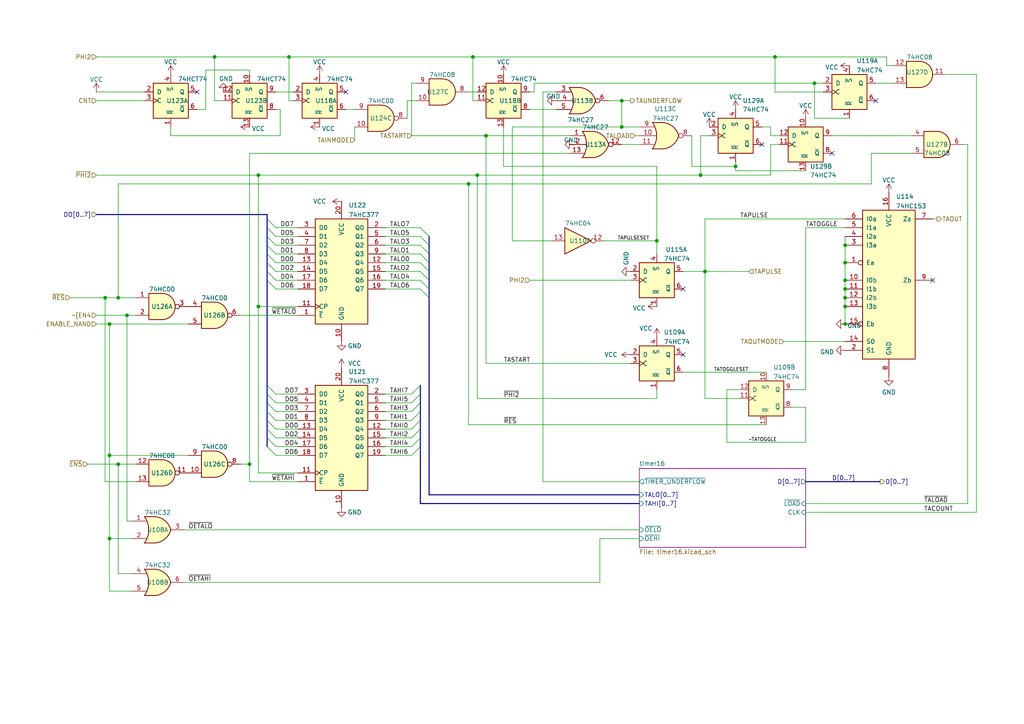
<source format=kicad_sch>
(kicad_sch (version 20211123) (generator eeschema)
  (paper "A4")
  (title_block (title "74HCT6526 Board 1") (date "2023-03-25") (rev "0.2.1") (company "Daniel Molina") (comment 1 "https://github.com/dmolinagarcia/74HCT6526"))
  (lib_symbols
    (symbol "74xx:74HC00" (pin_names (offset 1.016))
      (property "Reference" "U" (at 0 1.27 0))
      (property "Value" "74HC00" (at 0 -1.27 0))
      (symbol "74HC00_1_1"
        (pin input line (at -7.62 2.54 0) (length 3.81) (name "~") (number "1"))
        (pin input line (at -7.62 -2.54 0) (length 3.81) (name "~") (number "2"))
        (pin output inverted (at 7.62 0 180) (length 3.81) (name "~") (number "3"))
      )
      (symbol "74HC00_1_2"
        (pin input inverted (at -7.62 2.54 0) (length 4.318) (name "~") (number "1"))
        (pin input inverted (at -7.62 -2.54 0) (length 4.318) (name "~") (number "2"))
        (pin output line (at 7.62 0 180) (length 3.81) (name "~") (number "3"))
      )
      (symbol "74HC00_2_1"
        (pin input line (at -7.62 2.54 0) (length 3.81) (name "~") (number "4"))
        (pin input line (at -7.62 -2.54 0) (length 3.81) (name "~") (number "5"))
        (pin output inverted (at 7.62 0 180) (length 3.81) (name "~") (number "6"))
      )
      (symbol "74HC00_2_2"
        (pin input inverted (at -7.62 2.54 0) (length 4.318) (name "~") (number "4"))
        (pin input inverted (at -7.62 -2.54 0) (length 4.318) (name "~") (number "5"))
        (pin output line (at 7.62 0 180) (length 3.81) (name "~") (number "6"))
      )
      (symbol "74HC00_3_1"
        (pin input line (at -7.62 -2.54 0) (length 3.81) (name "~") (number "10"))
        (pin output inverted (at 7.62 0 180) (length 3.81) (name "~") (number "8"))
        (pin input line (at -7.62 2.54 0) (length 3.81) (name "~") (number "9"))
      )
      (symbol "74HC00_3_2"
        (pin input inverted (at -7.62 -2.54 0) (length 4.318) (name "~") (number "10"))
        (pin output line (at 7.62 0 180) (length 3.81) (name "~") (number "8"))
        (pin input inverted (at -7.62 2.54 0) (length 4.318) (name "~") (number "9"))
      )
      (symbol "74HC00_4_1"
        (pin output inverted (at 7.62 0 180) (length 3.81) (name "~") (number "11"))
        (pin input line (at -7.62 2.54 0) (length 3.81) (name "~") (number "12"))
        (pin input line (at -7.62 -2.54 0) (length 3.81) (name "~") (number "13"))
      )
      (symbol "74HC00_4_2"
        (pin output line (at 7.62 0 180) (length 3.81) (name "~") (number "11"))
        (pin input inverted (at -7.62 2.54 0) (length 4.318) (name "~") (number "12"))
        (pin input inverted (at -7.62 -2.54 0) (length 4.318) (name "~") (number "13"))
      )
      (symbol "74HC00_5_0"
        (pin power_in line (at 0 12.7 270) (length 5.08) (name "VCC") (number "14"))
        (pin power_in line (at 0 -12.7 90) (length 5.08) (name "GND") (number "7"))
      )
    )
    (symbol "74xx:74HC04"
      (property "Reference" "U" (at 0 1.27 0))
      (property "Value" "74HC04" (at 0 -1.27 0))
      (symbol "74HC04_1_0"
        (pin input line (at -7.62 0 0) (length 3.81) (name "~") (number "1"))
        (pin output inverted (at 7.62 0 180) (length 3.81) (name "~") (number "2"))
      )
      (symbol "74HC04_2_0"
        (pin input line (at -7.62 0 0) (length 3.81) (name "~") (number "3"))
        (pin output inverted (at 7.62 0 180) (length 3.81) (name "~") (number "4"))
      )
      (symbol "74HC04_3_0"
        (pin input line (at -7.62 0 0) (length 3.81) (name "~") (number "5"))
        (pin output inverted (at 7.62 0 180) (length 3.81) (name "~") (number "6"))
      )
      (symbol "74HC04_4_0"
        (pin output inverted (at 7.62 0 180) (length 3.81) (name "~") (number "8"))
        (pin input line (at -7.62 0 0) (length 3.81) (name "~") (number "9"))
      )
      (symbol "74HC04_5_0"
        (pin output inverted (at 7.62 0 180) (length 3.81) (name "~") (number "10"))
        (pin input line (at -7.62 0 0) (length 3.81) (name "~") (number "11"))
      )
      (symbol "74HC04_6_0"
        (pin output inverted (at 7.62 0 180) (length 3.81) (name "~") (number "12"))
        (pin input line (at -7.62 0 0) (length 3.81) (name "~") (number "13"))
      )
      (symbol "74HC04_7_0"
        (pin power_in line (at 0 12.7 270) (length 5.08) (name "VCC") (number "14"))
        (pin power_in line (at 0 -12.7 90) (length 5.08) (name "GND") (number "7"))
      )
    )
    (symbol "74xx:74HC74" (pin_names (offset 1.016))
      (property "Reference" "U" (at -7.62 8.89 0))
      (property "Value" "74HC74" (at -7.62 -8.89 0))
      (symbol "74HC74_1_0"
        (pin input line (at 0 -7.62 90) (length 2.54) (name "~{R}") (number "1"))
        (pin input line (at -7.62 2.54 0) (length 2.54) (name "D") (number "2"))
        (pin input clock (at -7.62 0 0) (length 2.54) (name "C") (number "3"))
        (pin input line (at 0 7.62 270) (length 2.54) (name "~{S}") (number "4"))
        (pin output line (at 7.62 2.54 180) (length 2.54) (name "Q") (number "5"))
        (pin output line (at 7.62 -2.54 180) (length 2.54) (name "~{Q}") (number "6"))
      )
      (symbol "74HC74_2_0"
        (pin input line (at 0 7.62 270) (length 2.54) (name "~{S}") (number "10"))
        (pin input clock (at -7.62 0 0) (length 2.54) (name "C") (number "11"))
        (pin input line (at -7.62 2.54 0) (length 2.54) (name "D") (number "12"))
        (pin input line (at 0 -7.62 90) (length 2.54) (name "~{R}") (number "13"))
        (pin output line (at 7.62 -2.54 180) (length 2.54) (name "~{Q}") (number "8"))
        (pin output line (at 7.62 2.54 180) (length 2.54) (name "Q") (number "9"))
      )
      (symbol "74HC74_3_0"
        (pin power_in line (at 0 10.16 270) (length 2.54) (name "VCC") (number "14"))
        (pin power_in line (at 0 -10.16 90) (length 2.54) (name "GND") (number "7"))
      )
    )
    (symbol "74xx:74LS153" (pin_names (offset 1.016))
      (property "Reference" "U" (at -7.62 21.59 0))
      (property "Value" "74LS153" (at -7.62 -24.13 0))
      (symbol "74LS153_1_0"
        (pin input inverted (at -12.7 5.08 0) (length 5.08) (name "Ea") (number "1"))
        (pin input line (at -12.7 0 0) (length 5.08) (name "I0b") (number "10"))
        (pin input line (at -12.7 -2.54 0) (length 5.08) (name "I1b") (number "11"))
        (pin input line (at -12.7 -5.08 0) (length 5.08) (name "I2b") (number "12"))
        (pin input line (at -12.7 -7.62 0) (length 5.08) (name "I3b") (number "13"))
        (pin input line (at -12.7 -17.78 0) (length 5.08) (name "S0") (number "14"))
        (pin input inverted (at -12.7 -12.7 0) (length 5.08) (name "Eb") (number "15"))
        (pin power_in line (at 0 25.4 270) (length 5.08) (name "VCC") (number "16"))
        (pin input line (at -12.7 -20.32 0) (length 5.08) (name "S1") (number "2"))
        (pin input line (at -12.7 10.16 0) (length 5.08) (name "I3a") (number "3"))
        (pin input line (at -12.7 12.7 0) (length 5.08) (name "I2a") (number "4"))
        (pin input line (at -12.7 15.24 0) (length 5.08) (name "I1a") (number "5"))
        (pin input line (at -12.7 17.78 0) (length 5.08) (name "I0a") (number "6"))
        (pin output line (at 12.7 17.78 180) (length 5.08) (name "Za") (number "7"))
        (pin power_in line (at 0 -27.94 90) (length 5.08) (name "GND") (number "8"))
        (pin output line (at 12.7 0 180) (length 5.08) (name "Zb") (number "9"))
      )
    )
    (symbol "74xx:74LS27" (pin_names (offset 1.016))
      (property "Reference" "U" (at 0 1.27 0))
      (property "Value" "74LS27" (at 0 -1.27 0))
      (symbol "74LS27_1_1"
        (pin input line (at -7.62 2.54 0) (length 4.318) (name "~") (number "1"))
        (pin output inverted (at 7.62 0 180) (length 3.81) (name "~") (number "12"))
        (pin input line (at -7.62 -2.54 0) (length 4.318) (name "~") (number "13"))
        (pin input line (at -7.62 0 0) (length 4.953) (name "~") (number "2"))
      )
      (symbol "74LS27_1_2"
        (pin input inverted (at -7.62 2.54 0) (length 3.81) (name "~") (number "1"))
        (pin output line (at 7.62 0 180) (length 3.81) (name "~") (number "12"))
        (pin input inverted (at -7.62 -2.54 0) (length 3.81) (name "~") (number "13"))
        (pin input inverted (at -7.62 0 0) (length 3.81) (name "~") (number "2"))
      )
      (symbol "74LS27_2_1"
        (pin input line (at -7.62 2.54 0) (length 4.318) (name "~") (number "3"))
        (pin input line (at -7.62 0 0) (length 4.953) (name "~") (number "4"))
        (pin input line (at -7.62 -2.54 0) (length 4.318) (name "~") (number "5"))
        (pin output inverted (at 7.62 0 180) (length 3.81) (name "~") (number "6"))
      )
      (symbol "74LS27_2_2"
        (pin input inverted (at -7.62 2.54 0) (length 3.81) (name "~") (number "3"))
        (pin input inverted (at -7.62 0 0) (length 3.81) (name "~") (number "4"))
        (pin input inverted (at -7.62 -2.54 0) (length 3.81) (name "~") (number "5"))
        (pin output line (at 7.62 0 180) (length 3.81) (name "~") (number "6"))
      )
      (symbol "74LS27_3_1"
        (pin input line (at -7.62 0 0) (length 4.953) (name "~") (number "10"))
        (pin input line (at -7.62 -2.54 0) (length 4.318) (name "~") (number "11"))
        (pin output inverted (at 7.62 0 180) (length 3.81) (name "~") (number "8"))
        (pin input line (at -7.62 2.54 0) (length 4.318) (name "~") (number "9"))
      )
      (symbol "74LS27_3_2"
        (pin input inverted (at -7.62 0 0) (length 3.81) (name "~") (number "10"))
        (pin input inverted (at -7.62 -2.54 0) (length 3.81) (name "~") (number "11"))
        (pin output line (at 7.62 0 180) (length 3.81) (name "~") (number "8"))
        (pin input inverted (at -7.62 2.54 0) (length 3.81) (name "~") (number "9"))
      )
      (symbol "74LS27_4_0"
        (pin power_in line (at 0 12.7 270) (length 5.08) (name "VCC") (number "14"))
        (pin power_in line (at 0 -12.7 90) (length 5.08) (name "GND") (number "7"))
      )
    )
    (symbol "74xx:74LS32" (pin_names (offset 1.016))
      (property "Reference" "U" (at 0 1.27 0))
      (property "Value" "74LS32" (at 0 -1.27 0))
      (symbol "74LS32_1_1"
        (pin input line (at -7.62 2.54 0) (length 4.318) (name "~") (number "1"))
        (pin input line (at -7.62 -2.54 0) (length 4.318) (name "~") (number "2"))
        (pin output line (at 7.62 0 180) (length 3.81) (name "~") (number "3"))
      )
      (symbol "74LS32_1_2"
        (pin input inverted (at -7.62 2.54 0) (length 3.81) (name "~") (number "1"))
        (pin input inverted (at -7.62 -2.54 0) (length 3.81) (name "~") (number "2"))
        (pin output inverted (at 7.62 0 180) (length 3.81) (name "~") (number "3"))
      )
      (symbol "74LS32_2_1"
        (pin input line (at -7.62 2.54 0) (length 4.318) (name "~") (number "4"))
        (pin input line (at -7.62 -2.54 0) (length 4.318) (name "~") (number "5"))
        (pin output line (at 7.62 0 180) (length 3.81) (name "~") (number "6"))
      )
      (symbol "74LS32_2_2"
        (pin input inverted (at -7.62 2.54 0) (length 3.81) (name "~") (number "4"))
        (pin input inverted (at -7.62 -2.54 0) (length 3.81) (name "~") (number "5"))
        (pin output inverted (at 7.62 0 180) (length 3.81) (name "~") (number "6"))
      )
      (symbol "74LS32_3_1"
        (pin input line (at -7.62 -2.54 0) (length 4.318) (name "~") (number "10"))
        (pin output line (at 7.62 0 180) (length 3.81) (name "~") (number "8"))
        (pin input line (at -7.62 2.54 0) (length 4.318) (name "~") (number "9"))
      )
      (symbol "74LS32_3_2"
        (pin input inverted (at -7.62 -2.54 0) (length 3.81) (name "~") (number "10"))
        (pin output inverted (at 7.62 0 180) (length 3.81) (name "~") (number "8"))
        (pin input inverted (at -7.62 2.54 0) (length 3.81) (name "~") (number "9"))
      )
      (symbol "74LS32_4_1"
        (pin output line (at 7.62 0 180) (length 3.81) (name "~") (number "11"))
        (pin input line (at -7.62 2.54 0) (length 4.318) (name "~") (number "12"))
        (pin input line (at -7.62 -2.54 0) (length 4.318) (name "~") (number "13"))
      )
      (symbol "74LS32_4_2"
        (pin output inverted (at 7.62 0 180) (length 3.81) (name "~") (number "11"))
        (pin input inverted (at -7.62 2.54 0) (length 3.81) (name "~") (number "12"))
        (pin input inverted (at -7.62 -2.54 0) (length 3.81) (name "~") (number "13"))
      )
      (symbol "74LS32_5_0"
        (pin power_in line (at 0 12.7 270) (length 5.08) (name "VCC") (number "14"))
        (pin power_in line (at 0 -12.7 90) (length 5.08) (name "GND") (number "7"))
      )
    )
    (symbol "74xx:74LS377" (pin_names (offset 1.016))
      (property "Reference" "U" (at -7.62 16.51 0))
      (property "Value" "74LS377" (at -7.62 -16.51 0))
      (symbol "74LS377_1_0"
        (pin input line (at -12.7 -12.7 0) (length 5.08) (name "~{E}") (number "1"))
        (pin power_in line (at 0 -20.32 90) (length 5.08) (name "GND") (number "10"))
        (pin input clock (at -12.7 -10.16 0) (length 5.08) (name "CP") (number "11"))
        (pin output line (at 12.7 2.54 180) (length 5.08) (name "Q4") (number "12"))
        (pin input line (at -12.7 2.54 0) (length 5.08) (name "D4") (number "13"))
        (pin input line (at -12.7 0 0) (length 5.08) (name "D5") (number "14"))
        (pin output line (at 12.7 0 180) (length 5.08) (name "Q5") (number "15"))
        (pin output line (at 12.7 -2.54 180) (length 5.08) (name "Q6") (number "16"))
        (pin input line (at -12.7 -2.54 0) (length 5.08) (name "D6") (number "17"))
        (pin input line (at -12.7 -5.08 0) (length 5.08) (name "D7") (number "18"))
        (pin output line (at 12.7 -5.08 180) (length 5.08) (name "Q7") (number "19"))
        (pin output line (at 12.7 12.7 180) (length 5.08) (name "Q0") (number "2"))
        (pin power_in line (at 0 20.32 270) (length 5.08) (name "VCC") (number "20"))
        (pin input line (at -12.7 12.7 0) (length 5.08) (name "D0") (number "3"))
        (pin input line (at -12.7 10.16 0) (length 5.08) (name "D1") (number "4"))
        (pin output line (at 12.7 10.16 180) (length 5.08) (name "Q1") (number "5"))
        (pin output line (at 12.7 7.62 180) (length 5.08) (name "Q2") (number "6"))
        (pin input line (at -12.7 7.62 0) (length 5.08) (name "D2") (number "7"))
        (pin input line (at -12.7 5.08 0) (length 5.08) (name "D3") (number "8"))
        (pin output line (at 12.7 5.08 180) (length 5.08) (name "Q3") (number "9"))
      )
    )
    (symbol "Custom 74xx:74HC08" (pin_names (offset 1.016))
      (property "Reference" "U" (at 0 1.27 0))
      (property "Value" "74HC08" (at 0 -1.27 0))
      (symbol "74HC08_1_1"
        (pin input line (at -7.62 2.54 0) (length 3.81) (name "~") (number "1"))
        (pin input line (at -7.62 -2.54 0) (length 3.81) (name "~") (number "2"))
        (pin output line (at 7.62 0 180) (length 3.81) (name "~") (number "3"))
      )
      (symbol "74HC08_1_2"
        (pin input inverted (at -7.62 2.54 0) (length 4.318) (name "~") (number "1"))
        (pin input inverted (at -7.62 -2.54 0) (length 4.318) (name "~") (number "2"))
        (pin output line (at 7.62 0 180) (length 3.81) (name "~") (number "3"))
      )
      (symbol "74HC08_2_1"
        (pin input line (at -7.62 2.54 0) (length 3.81) (name "~") (number "4"))
        (pin input line (at -7.62 -2.54 0) (length 3.81) (name "~") (number "5"))
        (pin output line (at 7.62 0 180) (length 3.81) (name "~") (number "6"))
      )
      (symbol "74HC08_2_2"
        (pin input inverted (at -7.62 2.54 0) (length 4.318) (name "~") (number "4"))
        (pin input inverted (at -7.62 -2.54 0) (length 4.318) (name "~") (number "5"))
        (pin output line (at 7.62 0 180) (length 3.81) (name "~") (number "6"))
      )
      (symbol "74HC08_3_1"
        (pin input line (at -7.62 -2.54 0) (length 3.81) (name "~") (number "10"))
        (pin output line (at 7.62 0 180) (length 3.81) (name "~") (number "8"))
        (pin input line (at -7.62 2.54 0) (length 3.81) (name "~") (number "9"))
      )
      (symbol "74HC08_3_2"
        (pin input inverted (at -7.62 -2.54 0) (length 4.318) (name "~") (number "10"))
        (pin output line (at 7.62 0 180) (length 3.81) (name "~") (number "8"))
        (pin input inverted (at -7.62 2.54 0) (length 4.318) (name "~") (number "9"))
      )
      (symbol "74HC08_4_1"
        (pin output line (at 7.62 0 180) (length 3.81) (name "~") (number "11"))
        (pin input line (at -7.62 2.54 0) (length 3.81) (name "~") (number "12"))
        (pin input line (at -7.62 -2.54 0) (length 3.81) (name "~") (number "13"))
      )
      (symbol "74HC08_4_2"
        (pin output line (at 7.62 0 180) (length 3.81) (name "~") (number "11"))
        (pin input inverted (at -7.62 2.54 0) (length 4.318) (name "~") (number "12"))
        (pin input inverted (at -7.62 -2.54 0) (length 4.318) (name "~") (number "13"))
      )
      (symbol "74HC08_5_0"
        (pin power_in line (at 0 12.7 270) (length 5.08) (name "VCC") (number "14"))
        (pin power_in line (at 0 -12.7 90) (length 5.08) (name "GND") (number "7"))
      )
    )
    (symbol "power:GND" (power) (pin_names (offset 0))
      (property "Value" "GND" (at 0 -3.81 0))
      (symbol "GND_1_1"
        (pin power_in line (at 0 0 270) (length 0) hide (name "GND") (number "1"))
      )
    )
    (symbol "power:VCC" (power) (pin_names (offset 0))
      (property "Value" "VCC" (at 0 3.81 0))
      (symbol "VCC_1_1"
        (pin power_in line (at 0 0 90) (length 0) hide (name "VCC") (number "1"))
      )
    )
  )
  (junction (at 74.93 50.8))
  (junction (at 74.93 88.9))
  (junction (at 137.16 16.51))
  (junction (at 31.75 132.08))
  (junction (at 204.47 78.74))
  (junction (at 245.11 88.9))
  (junction (at 236.22 24.13))
  (junction (at 245.11 81.28))
  (junction (at 224.79 16.51))
  (junction (at 30.48 86.36))
  (junction (at 135.89 53.34))
  (junction (at 245.11 71.12))
  (junction (at 213.36 48.26))
  (junction (at 190.5 69.85))
  (junction (at 34.29 134.62))
  (junction (at 203.2 50.8))
  (junction (at 36.83 91.44))
  (junction (at 31.75 156.21))
  (junction (at 62.23 16.51))
  (junction (at 245.11 83.82))
  (junction (at 180.34 29.21))
  (junction (at 245.11 86.36))
  (junction (at 245.11 76.2))
  (junction (at 83.82 16.51))
  (junction (at 138.43 50.8))
  (junction (at 31.75 93.98))
  (junction (at 245.11 93.98))
  (junction (at 34.29 86.36))
  (junction (at 180.34 36.83))
  (junction (at 140.97 39.37))
  (junction (at 72.39 134.62))
  (no_connect (at 241.3 44.45))
  (no_connect (at 57.15 26.67))
  (no_connect (at 100.33 26.67))
  (no_connect (at 270.51 81.28))
  (no_connect (at 254 29.21))
  (no_connect (at 198.12 83.82))
  (no_connect (at 198.12 102.87))
  (no_connect (at 220.98 41.91))
  (bus_entry (at 77.47 68.58) (size 2.54 2.54))
  (bus_entry (at 121.92 83.82) (size 2.54 2.54))
  (bus_entry (at 121.92 73.66) (size 2.54 2.54))
  (bus_entry (at 77.47 129.54) (size 2.54 2.54))
  (bus_entry (at 77.47 127) (size 2.54 2.54))
  (bus_entry (at 77.47 121.92) (size 2.54 2.54))
  (bus_entry (at 77.47 124.46) (size 2.54 2.54))
  (bus_entry (at 77.47 119.38) (size 2.54 2.54))
  (bus_entry (at 77.47 116.84) (size 2.54 2.54))
  (bus_entry (at 77.47 111.76) (size 2.54 2.54))
  (bus_entry (at 77.47 114.3) (size 2.54 2.54))
  (bus_entry (at 77.47 76.2) (size 2.54 2.54))
  (bus_entry (at 77.47 66.04) (size 2.54 2.54))
  (bus_entry (at 121.92 71.12) (size 2.54 2.54))
  (bus_entry (at 121.92 68.58) (size 2.54 2.54))
  (bus_entry (at 77.47 81.28) (size 2.54 2.54))
  (bus_entry (at 121.92 121.92) (size -2.54 2.54))
  (bus_entry (at 121.92 76.2) (size 2.54 2.54))
  (bus_entry (at 121.92 111.76) (size -2.54 2.54))
  (bus_entry (at 121.92 66.04) (size 2.54 2.54))
  (bus_entry (at 77.47 78.74) (size 2.54 2.54))
  (bus_entry (at 77.47 71.12) (size 2.54 2.54))
  (bus_entry (at 121.92 81.28) (size 2.54 2.54))
  (bus_entry (at 121.92 124.46) (size -2.54 2.54))
  (bus_entry (at 121.92 119.38) (size -2.54 2.54))
  (bus_entry (at 121.92 78.74) (size 2.54 2.54))
  (bus_entry (at 121.92 129.54) (size -2.54 2.54))
  (bus_entry (at 77.47 63.5) (size 2.54 2.54))
  (bus_entry (at 121.92 127) (size -2.54 2.54))
  (bus_entry (at 77.47 73.66) (size 2.54 2.54))
  (bus_entry (at 121.92 116.84) (size -2.54 2.54))
  (bus_entry (at 121.92 114.3) (size -2.54 2.54))
  (wire (pts (xy 111.76 132.08) (xy 119.38 132.08)))
  (wire (pts (xy 111.76 121.92) (xy 119.38 121.92)))
  (wire (pts (xy 81.28 31.75) (xy 80.01 31.75)))
  (wire (pts (xy 190.5 69.85) (xy 190.5 73.66)))
  (wire (pts (xy 59.69 31.75) (xy 59.69 20.32)))
  (wire (pts (xy 153.67 31.75) (xy 161.29 31.75)))
  (wire (pts (xy 80.01 26.67) (xy 85.09 26.67)))
  (wire (pts (xy 135.89 26.67) (xy 138.43 26.67)))
  (wire (pts (xy 135.89 53.34) (xy 252.73 53.34)))
  (wire (pts (xy 210.82 128.27) (xy 210.82 113.03)))
  (bus (pts (xy 77.47 73.66) (xy 77.47 76.2)))
  (wire (pts (xy 257.175 19.05) (xy 259.08 19.05)))
  (wire (pts (xy 245.11 81.28) (xy 245.11 83.82)))
  (bus (pts (xy 77.47 68.58) (xy 77.47 71.12)))
  (wire (pts (xy 34.29 134.62) (xy 39.37 134.62)))
  (wire (pts (xy 180.34 41.91) (xy 185.42 41.91)))
  (wire (pts (xy 264.16 44.45) (xy 252.73 44.45)))
  (bus (pts (xy 124.46 143.51) (xy 124.46 86.36)))
  (wire (pts (xy 138.43 29.21) (xy 137.16 29.21)))
  (bus (pts (xy 124.46 81.28) (xy 124.46 78.74)))
  (wire (pts (xy 241.3 39.37) (xy 264.16 39.37)))
  (wire (pts (xy 31.75 171.45) (xy 38.1 171.45)))
  (wire (pts (xy 153.67 81.28) (xy 182.88 81.28)))
  (wire (pts (xy 137.16 16.51) (xy 224.79 16.51)))
  (wire (pts (xy 223.52 36.83) (xy 223.52 39.37)))
  (wire (pts (xy 180.34 36.83) (xy 148.59 36.83)))
  (bus (pts (xy 77.47 62.23) (xy 77.47 63.5)))
  (wire (pts (xy 111.76 129.54) (xy 119.38 129.54)))
  (wire (pts (xy 252.73 44.45) (xy 252.73 53.34)))
  (wire (pts (xy 72.39 134.62) (xy 72.39 139.7)))
  (wire (pts (xy 233.68 118.11) (xy 233.68 128.27)))
  (wire (pts (xy 220.98 36.83) (xy 223.52 36.83)))
  (bus (pts (xy 124.46 143.51) (xy 185.42 143.51)))
  (wire (pts (xy 83.82 16.51) (xy 137.16 16.51)))
  (wire (pts (xy 64.77 29.21) (xy 62.23 29.21)))
  (wire (pts (xy 223.52 39.37) (xy 226.06 39.37)))
  (wire (pts (xy 27.94 16.51) (xy 62.23 16.51)))
  (bus (pts (xy 124.46 73.66) (xy 124.46 76.2)))
  (wire (pts (xy 31.75 156.21) (xy 31.75 171.45)))
  (wire (pts (xy 224.79 26.67) (xy 238.76 26.67)))
  (wire (pts (xy 148.59 69.85) (xy 160.02 69.85)))
  (wire (pts (xy 148.59 36.83) (xy 148.59 69.85)))
  (wire (pts (xy 111.76 76.2) (xy 121.92 76.2)))
  (wire (pts (xy 69.85 91.44) (xy 86.36 91.44)))
  (wire (pts (xy 72.39 44.45) (xy 72.39 134.62)))
  (bus (pts (xy 77.47 121.92) (xy 77.47 124.46)))
  (wire (pts (xy 213.36 48.26) (xy 213.36 46.99)))
  (wire (pts (xy 283.21 21.59) (xy 283.21 148.59)))
  (wire (pts (xy 111.76 71.12) (xy 121.92 71.12)))
  (wire (pts (xy 204.47 115.57) (xy 214.63 115.57)))
  (wire (pts (xy 49.53 39.37) (xy 49.53 36.83)))
  (wire (pts (xy 80.01 73.66) (xy 86.36 73.66)))
  (wire (pts (xy 271.78 63.5) (xy 270.51 63.5)))
  (wire (pts (xy 36.83 91.44) (xy 36.83 151.13)))
  (bus (pts (xy 77.47 62.23) (xy 27.94 62.23)))
  (wire (pts (xy 204.47 78.74) (xy 204.47 115.57)))
  (wire (pts (xy 72.39 44.45) (xy 165.1 44.45)))
  (bus (pts (xy 77.47 111.76) (xy 77.47 114.3)))
  (wire (pts (xy 30.48 86.36) (xy 34.29 86.36)))
  (wire (pts (xy 233.68 66.04) (xy 233.68 113.03)))
  (wire (pts (xy 53.34 153.67) (xy 185.42 153.67)))
  (wire (pts (xy 57.15 31.75) (xy 59.69 31.75)))
  (wire (pts (xy 118.11 34.29) (xy 118.11 29.21)))
  (wire (pts (xy 74.93 137.16) (xy 86.36 137.16)))
  (wire (pts (xy 111.76 83.82) (xy 121.92 83.82)))
  (wire (pts (xy 111.76 68.58) (xy 121.92 68.58)))
  (wire (pts (xy 180.34 36.83) (xy 180.34 29.21)))
  (wire (pts (xy 27.94 91.44) (xy 36.83 91.44)))
  (wire (pts (xy 72.39 20.32) (xy 72.39 21.59)))
  (wire (pts (xy 81.28 39.37) (xy 81.28 31.75)))
  (wire (pts (xy 245.11 86.36) (xy 245.11 88.9)))
  (wire (pts (xy 80.01 81.28) (xy 86.36 81.28)))
  (wire (pts (xy 80.01 83.82) (xy 86.36 83.82)))
  (wire (pts (xy 176.53 29.21) (xy 180.34 29.21)))
  (bus (pts (xy 77.47 127) (xy 77.47 129.54)))
  (wire (pts (xy 25.4 134.62) (xy 34.29 134.62)))
  (wire (pts (xy 200.66 39.37) (xy 200.66 48.26)))
  (bus (pts (xy 77.47 66.04) (xy 77.47 68.58)))
  (wire (pts (xy 229.87 118.11) (xy 233.68 118.11)))
  (wire (pts (xy 233.68 148.59) (xy 283.21 148.59)))
  (wire (pts (xy 245.11 68.58) (xy 245.11 71.12)))
  (bus (pts (xy 121.92 114.3) (xy 121.92 111.76)))
  (wire (pts (xy 111.76 78.74) (xy 121.92 78.74)))
  (wire (pts (xy 157.48 26.67) (xy 157.48 139.7)))
  (bus (pts (xy 121.92 127) (xy 121.92 129.54)))
  (wire (pts (xy 80.01 66.04) (xy 86.36 66.04)))
  (wire (pts (xy 111.76 119.38) (xy 119.38 119.38)))
  (wire (pts (xy 137.16 29.21) (xy 137.16 16.51)))
  (wire (pts (xy 138.43 50.8) (xy 203.2 50.8)))
  (wire (pts (xy 31.75 132.08) (xy 31.75 156.21)))
  (wire (pts (xy 34.29 53.34) (xy 34.29 86.36)))
  (wire (pts (xy 200.66 48.26) (xy 213.36 48.26)))
  (bus (pts (xy 121.92 116.84) (xy 121.92 119.38)))
  (wire (pts (xy 210.82 113.03) (xy 214.63 113.03)))
  (wire (pts (xy 59.69 20.32) (xy 72.39 20.32)))
  (wire (pts (xy 140.97 39.37) (xy 140.97 105.41)))
  (wire (pts (xy 111.76 81.28) (xy 121.92 81.28)))
  (wire (pts (xy 111.76 114.3) (xy 119.38 114.3)))
  (wire (pts (xy 140.97 105.41) (xy 182.88 105.41)))
  (wire (pts (xy 138.43 50.8) (xy 138.43 115.57)))
  (wire (pts (xy 80.01 114.3) (xy 86.36 114.3)))
  (wire (pts (xy 227.33 99.06) (xy 245.11 99.06)))
  (wire (pts (xy 224.79 16.51) (xy 224.79 26.67)))
  (bus (pts (xy 77.47 71.12) (xy 77.47 73.66)))
  (wire (pts (xy 154.94 26.67) (xy 154.94 24.13)))
  (wire (pts (xy 233.68 128.27) (xy 210.82 128.27)))
  (wire (pts (xy 236.22 24.13) (xy 236.22 34.29)))
  (wire (pts (xy 62.23 29.21) (xy 62.23 16.51)))
  (wire (pts (xy 20.32 86.36) (xy 30.48 86.36)))
  (bus (pts (xy 77.47 119.38) (xy 77.47 121.92)))
  (wire (pts (xy 74.93 88.9) (xy 86.36 88.9)))
  (wire (pts (xy 27.94 29.21) (xy 41.91 29.21)))
  (bus (pts (xy 233.68 139.7) (xy 255.27 139.7)))
  (wire (pts (xy 111.76 116.84) (xy 119.38 116.84)))
  (wire (pts (xy 62.23 16.51) (xy 83.82 16.51)))
  (bus (pts (xy 124.46 68.58) (xy 124.46 71.12)))
  (wire (pts (xy 74.93 88.9) (xy 74.93 137.16)))
  (wire (pts (xy 80.01 119.38) (xy 86.36 119.38)))
  (wire (pts (xy 198.12 107.95) (xy 222.25 107.95)))
  (wire (pts (xy 80.01 71.12) (xy 86.36 71.12)))
  (wire (pts (xy 157.48 26.67) (xy 161.29 26.67)))
  (wire (pts (xy 31.75 156.21) (xy 38.1 156.21)))
  (wire (pts (xy 184.15 39.37) (xy 185.42 39.37)))
  (wire (pts (xy 80.01 116.84) (xy 86.36 116.84)))
  (wire (pts (xy 180.34 36.83) (xy 185.42 36.83)))
  (wire (pts (xy 30.48 86.36) (xy 30.48 139.7)))
  (wire (pts (xy 198.12 78.74) (xy 204.47 78.74)))
  (bus (pts (xy 121.92 114.3) (xy 121.92 116.84)))
  (wire (pts (xy 204.47 78.74) (xy 217.17 78.74)))
  (wire (pts (xy 146.05 48.26) (xy 190.5 48.26)))
  (wire (pts (xy 111.76 127) (xy 119.38 127)))
  (bus (pts (xy 121.92 124.46) (xy 121.92 127)))
  (wire (pts (xy 157.48 139.7) (xy 185.42 139.7)))
  (wire (pts (xy 85.09 29.21) (xy 83.82 29.21)))
  (wire (pts (xy 190.5 48.26) (xy 190.5 69.85)))
  (wire (pts (xy 80.01 124.46) (xy 86.36 124.46)))
  (wire (pts (xy 203.2 39.37) (xy 205.74 39.37)))
  (wire (pts (xy 119.38 39.37) (xy 119.38 24.13)))
  (wire (pts (xy 236.22 24.13) (xy 238.76 24.13)))
  (wire (pts (xy 80.01 78.74) (xy 86.36 78.74)))
  (wire (pts (xy 30.48 139.7) (xy 39.37 139.7)))
  (wire (pts (xy 80.01 127) (xy 86.36 127)))
  (wire (pts (xy 49.53 39.37) (xy 81.28 39.37)))
  (wire (pts (xy 233.68 146.05) (xy 280.67 146.05)))
  (bus (pts (xy 121.92 121.92) (xy 121.92 124.46)))
  (wire (pts (xy 138.43 115.57) (xy 190.5 115.57)))
  (wire (pts (xy 80.01 68.58) (xy 86.36 68.58)))
  (wire (pts (xy 72.39 139.7) (xy 86.36 139.7)))
  (wire (pts (xy 83.82 29.21) (xy 83.82 16.51)))
  (wire (pts (xy 223.52 41.91) (xy 226.06 41.91)))
  (wire (pts (xy 173.99 168.91) (xy 173.99 156.21)))
  (wire (pts (xy 245.11 83.82) (xy 245.11 86.36)))
  (wire (pts (xy 233.68 66.04) (xy 245.11 66.04)))
  (wire (pts (xy 190.5 115.57) (xy 190.5 113.03)))
  (wire (pts (xy 27.94 26.67) (xy 41.91 26.67)))
  (wire (pts (xy 53.34 168.91) (xy 173.99 168.91)))
  (wire (pts (xy 274.32 21.59) (xy 283.21 21.59)))
  (wire (pts (xy 119.38 24.13) (xy 120.65 24.13)))
  (wire (pts (xy 229.87 113.03) (xy 233.68 113.03)))
  (wire (pts (xy 80.01 121.92) (xy 86.36 121.92)))
  (wire (pts (xy 153.67 26.67) (xy 154.94 26.67)))
  (wire (pts (xy 222.25 123.19) (xy 135.89 123.19)))
  (wire (pts (xy 74.93 50.8) (xy 138.43 50.8)))
  (bus (pts (xy 77.47 124.46) (xy 77.47 127)))
  (wire (pts (xy 119.38 39.37) (xy 140.97 39.37)))
  (wire (pts (xy 31.75 93.98) (xy 54.61 93.98)))
  (wire (pts (xy 223.52 50.8) (xy 223.52 41.91)))
  (wire (pts (xy 254 24.13) (xy 259.08 24.13)))
  (wire (pts (xy 175.26 69.85) (xy 190.5 69.85)))
  (wire (pts (xy 34.29 134.62) (xy 34.29 166.37)))
  (bus (pts (xy 124.46 71.12) (xy 124.46 73.66)))
  (wire (pts (xy 111.76 66.04) (xy 121.92 66.04)))
  (wire (pts (xy 203.2 50.8) (xy 223.52 50.8)))
  (wire (pts (xy 165.1 41.91) (xy 166.37 41.91)))
  (wire (pts (xy 118.11 29.21) (xy 120.65 29.21)))
  (wire (pts (xy 154.94 24.13) (xy 236.22 24.13)))
  (wire (pts (xy 100.33 31.75) (xy 102.87 31.75)))
  (wire (pts (xy 74.93 50.8) (xy 74.93 88.9)))
  (wire (pts (xy 27.94 93.98) (xy 31.75 93.98)))
  (wire (pts (xy 69.85 134.62) (xy 72.39 134.62)))
  (bus (pts (xy 77.47 114.3) (xy 77.47 116.84)))
  (wire (pts (xy 173.99 156.21) (xy 185.42 156.21)))
  (bus (pts (xy 77.47 78.74) (xy 77.47 81.28)))
  (bus (pts (xy 77.47 116.84) (xy 77.47 119.38)))
  (wire (pts (xy 102.87 36.83) (xy 102.87 40.64)))
  (wire (pts (xy 280.67 41.91) (xy 280.67 146.05)))
  (wire (pts (xy 34.29 53.34) (xy 135.89 53.34)))
  (wire (pts (xy 27.94 50.8) (xy 74.93 50.8)))
  (wire (pts (xy 245.11 88.9) (xy 245.11 93.98)))
  (wire (pts (xy 80.01 76.2) (xy 86.36 76.2)))
  (wire (pts (xy 80.01 132.08) (xy 86.36 132.08)))
  (wire (pts (xy 245.11 76.2) (xy 245.11 81.28)))
  (bus (pts (xy 124.46 86.36) (xy 124.46 83.82)))
  (wire (pts (xy 111.76 73.66) (xy 121.92 73.66)))
  (wire (pts (xy 203.2 50.8) (xy 203.2 39.37)))
  (wire (pts (xy 279.4 41.91) (xy 280.67 41.91)))
  (bus (pts (xy 121.92 119.38) (xy 121.92 121.92)))
  (wire (pts (xy 135.89 123.19) (xy 135.89 53.34)))
  (wire (pts (xy 224.79 16.51) (xy 257.175 16.51)))
  (wire (pts (xy 180.34 29.21) (xy 182.88 29.21)))
  (wire (pts (xy 245.11 71.12) (xy 245.11 76.2)))
  (bus (pts (xy 77.47 63.5) (xy 77.47 66.04)))
  (wire (pts (xy 31.75 93.98) (xy 31.75 132.08)))
  (wire (pts (xy 36.83 91.44) (xy 39.37 91.44)))
  (wire (pts (xy 31.75 132.08) (xy 54.61 132.08)))
  (wire (pts (xy 204.47 63.5) (xy 245.11 63.5)))
  (wire (pts (xy 236.22 34.29) (xy 246.38 34.29)))
  (wire (pts (xy 80.01 129.54) (xy 86.36 129.54)))
  (bus (pts (xy 77.47 76.2) (xy 77.47 78.74)))
  (wire (pts (xy 36.83 151.13) (xy 38.1 151.13)))
  (wire (pts (xy 140.97 39.37) (xy 165.1 39.37)))
  (wire (pts (xy 213.36 49.53) (xy 213.36 48.26)))
  (wire (pts (xy 34.29 86.36) (xy 39.37 86.36)))
  (wire (pts (xy 34.29 166.37) (xy 38.1 166.37)))
  (wire (pts (xy 111.76 124.46) (xy 119.38 124.46)))
  (bus (pts (xy 121.92 146.05) (xy 121.92 129.54)))
  (wire (pts (xy 146.05 36.83) (xy 146.05 48.26)))
  (bus (pts (xy 77.47 81.28) (xy 77.47 111.76)))
  (wire (pts (xy 257.175 16.51) (xy 257.175 19.05)))
  (bus (pts (xy 121.92 146.05) (xy 185.42 146.05)))
  (wire (pts (xy 233.68 49.53) (xy 213.36 49.53)))
  (wire (pts (xy 204.47 63.5) (xy 204.47 78.74)))
  (bus (pts (xy 124.46 76.2) (xy 124.46 78.74)))
  (bus (pts (xy 124.46 83.82) (xy 124.46 81.28)))
  (label "~{WETAHI}" (at 78.74 139.7 0))
  (label "TALO0" (at 113.03 76.2 0))
  (label "DO5" (at 81.28 68.58 0))
  (label "DO3" (at 81.28 71.12 0))
  (label "TALO6" (at 113.03 83.82 0))
  (label "TAHI4" (at 113.03 129.54 0))
  (label "DO2" (at 81.28 78.74 0))
  (label "TALO2" (at 113.03 78.74 0))
  (label "DO6" (at 81.28 83.82 0))
  (label "DO0" (at 81.28 76.2 0))
  (label "~{WETALO}" (at 78.74 91.44 0))
  (label "DO4" (at 82.55 129.54 0))
  (label "TATOGGLE" (at 233.68 66.04 0))
  (label "TAPULSESET" (at 179.07 69.85 0) (effects (font (size 1.016 1.016))))
  (label "TALO7" (at 113.03 66.04 0))
  (label "TAHI1" (at 113.03 121.92 0))
  (label "DO7" (at 81.28 66.04 0))
  (label "TAPULSE" (at 214.63 63.5 0))
  (label "DO1" (at 81.28 73.66 0))
  (label "TALO4" (at 113.03 81.28 0))
  (label "DO4" (at 81.28 81.28 0))
  (label "DO5" (at 82.55 116.84 0))
  (label "~{RES}" (at 146.05 123.19 0))
  (label "DO2" (at 82.55 127 0))
  (label "TALO3" (at 113.03 71.12 0))
  (label "~TATOGGLE" (at 217.17 128.27 0) (effects (font (size 1.016 1.016))))
  (label "TAHI3" (at 113.03 119.38 0))
  (label "TAHI7" (at 113.03 114.3 0))
  (label "DO7" (at 82.55 114.3 0))
  (label "TALO1" (at 113.03 73.66 0))
  (label "TATOGGLESET" (at 207.01 107.95 0) (effects (font (size 1.016 1.016))))
  (label "TALO5" (at 113.03 68.58 0))
  (label "TAHI2" (at 113.03 127 0))
  (label "TAHI0" (at 113.03 124.46 0))
  (label "TAHI5" (at 113.03 116.84 0))
  (label "DO0" (at 82.55 124.46 0))
  (label "~{OETALO}" (at 54.61 153.67 0))
  (label "TACOUNT" (at 267.97 148.59 0))
  (label "DO1" (at 82.55 121.92 0))
  (label "DO6" (at 82.55 132.08 0))
  (label "~{PHI2}" (at 146.05 115.57 0))
  (label "~{TALOAD}" (at 267.97 146.05 0))
  (label "TAHI6" (at 113.03 132.08 0))
  (label "D[0..7]" (at 241.3 139.7 0))
  (label "DO3" (at 82.55 119.38 0))
  (label "~{OETAHI}" (at 54.61 168.91 0))
  (label "TASTART" (at 146.05 105.41 0))
  (hierarchical_label "CNT" (shape input) (at 27.94 29.21 180))
  (hierarchical_label "~{EN4" (shape input) (at 27.94 91.44 180))
  (hierarchical_label "D[0..7]" (shape output) (at 255.27 139.7 0))
  (hierarchical_label "PHI2" (shape input) (at 27.94 16.51 180))
  (hierarchical_label "DO[0..7]" (shape input) (at 27.94 62.23 180))
  (hierarchical_label "~{EN5}" (shape input) (at 25.4 134.62 180))
  (hierarchical_label "~{PHI2}" (shape input) (at 27.94 50.8 180))
  (hierarchical_label "TALOAD" (shape input) (at 184.15 39.37 180))
  (hierarchical_label "ENABLE_NAND" (shape input) (at 27.94 93.98 180))
  (hierarchical_label "TAOUT" (shape output) (at 271.78 63.5 0))
  (hierarchical_label "TAINMODE" (shape input) (at 102.87 40.64 180))
  (hierarchical_label "~{RES}" (shape input) (at 20.32 86.36 180))
  (hierarchical_label "TAUNDERFLOW" (shape output) (at 182.88 29.21 0))
  (hierarchical_label "TAPULSE" (shape input) (at 217.17 78.74 0))
  (hierarchical_label "TAOUTMODE" (shape input) (at 227.33 99.06 180))
  (hierarchical_label "TASTART" (shape input) (at 119.38 39.37 180))
  (hierarchical_label "PHI2" (shape input) (at 153.67 81.28 180))
  (symbol (lib_id "power:VCC") (at 27.94 26.67 0) (unit 1)
    (property "Reference" "#PWR0117" (effects hide))
    (property "Value" "VCC" (at 27.94 23.0655 0))
  )
  (symbol (lib_id "power:GND") (at 99.06 99.06 0) (unit 1)
    (property "Reference" "#PWR0124" (effects hide))
    (property "Value" "GND" (at 102.87 100.33 0))
  )
  (symbol (lib_id "power:GND") (at 257.81 109.22 0) (unit 1)
    (property "Reference" "#PWR0139" (effects hide))
    (property "Value" "GND" (at 257.81 113.7825 0))
  )
  (symbol (lib_id "power:GND") (at 166.37 41.91 270) (unit 1)
    (property "Reference" "#PWR0129" (effects hide))
    (property "Value" "GND" (at 167.64 40.64 90) (effects (justify right)))
  )
  (symbol (lib_id "power:VCC") (at 257.81 55.88 0) (unit 1)
    (property "Reference" "#PWR0138" (effects hide))
    (property "Value" "VCC" (at 257.81 52.2755 0))
  )
  (symbol (lib_id "74xx:74HC74") (at 72.39 29.21 0) (unit 2)
    (property "Reference" "U123" (at 71.12 29.21 0) (effects (justify left)))
    (property "Value" "74HCT74" (at 74.4094 22.9386 0) (effects (justify left)))
    (property "Footprint" "Package_SO:SO-14_3.9x8.65mm_P1.27mm" (effects hide))
    (property "Datasheet" "74xx/74hc_hct74.pdf" (effects hide))
  )
  (symbol (lib_id "74xx:74HC00") (at 62.23 134.62 0) (unit 3)
    (property "Reference" "U126" (at 62.23 134.62 0))
    (property "Value" "74HC00" (at 62.23 129.6186 0))
    (property "Footprint" "Package_SO:SO-14_3.9x8.65mm_P1.27mm" (effects hide))
    (property "Datasheet" "http://www.ti.com/lit/gpn/sn74hc00" (effects hide))
  )
  (symbol (lib_id "74xx:74LS27") (at 172.72 41.91 0) (unit 1)
    (property "Reference" "U113" (at 172.72 41.91 0))
    (property "Value" "74HC27" (at 172.72 36.9086 0))
    (property "Footprint" "Package_SO:SO-14_3.9x8.65mm_P1.27mm" (effects hide))
    (property "Datasheet" "http://www.ti.com/lit/gpn/sn74LS27" (effects hide))
  )
  (symbol (lib_id "74xx:74HC00") (at 110.49 34.29 0) (unit 3)
    (property "Reference" "U124" (at 110.49 34.29 0))
    (property "Value" "74HC00" (at 110.49 29.2886 0))
    (property "Footprint" "Package_SO:SOIC-14_3.9x8.7mm_P1.27mm" (effects hide))
    (property "Datasheet" "http://www.ti.com/lit/gpn/sn74hc00" (effects hide))
  )
  (symbol (lib_id "power:VCC") (at 190.5 88.9 90) (unit 1)
    (property "Reference" "#PWR0132" (effects hide))
    (property "Value" "VCC" (at 187.325 89.379 90) (effects (justify left)))
  )
  (symbol (lib_id "Custom 74xx:74HC08") (at 128.27 26.67 0) (unit 3)
    (property "Reference" "U127" (at 127 26.67 0))
    (property "Value" "74HC08" (at 128.27 21.6686 0))
    (property "Footprint" "Package_SO:SO-14_3.9x8.65mm_P1.27mm" (effects hide))
  )
  (symbol (lib_id "power:VCC") (at 246.38 19.05 90) (unit 1)
    (property "Reference" "#PWR0137" (effects hide))
    (property "Value" "VCC" (at 243.205 19.529 90) (effects (justify left)))
  )
  (symbol (lib_id "74xx:74HC74") (at 233.68 41.91 0) (unit 2)
    (property "Reference" "U129" (at 234.95 48.26 0) (effects (justify left)))
    (property "Value" "74HC74" (at 234.95 50.8 0) (effects (justify left)))
    (property "Footprint" "Package_SO:SO-14_3.9x8.65mm_P1.27mm" (effects hide))
    (property "Datasheet" "74xx/74hc_hct74.pdf" (effects hide))
  )
  (symbol (lib_id "power:VCC") (at 99.06 58.42 90) (unit 1)
    (property "Reference" "#PWR0123" (effects hide))
    (property "Value" "VCC" (at 92.71 58.42 90))
  )
  (symbol (lib_id "power:GND") (at 64.77 26.67 180) (unit 1)
    (property "Reference" "#PWR0119" (effects hide))
    (property "Value" "GND" (at 63.5 22.86 0) (effects (justify right)))
  )
  (symbol (lib_id "74xx:74HC74") (at 222.25 115.57 0) (unit 2)
    (property "Reference" "U109" (at 224.2694 106.5235 0) (effects (justify left)))
    (property "Value" "74HC74" (at 224.2694 109.2986 0) (effects (justify left)))
    (property "Footprint" "Package_SO:SO-14_3.9x8.65mm_P1.27mm" (effects hide))
    (property "Datasheet" "74xx/74hc_hct74.pdf" (effects hide))
  )
  (symbol (lib_id "74xx:74HC74") (at 92.71 29.21 0) (unit 1)
    (property "Reference" "U118" (at 91.44 29.21 0) (effects (justify left)))
    (property "Value" "74HC74" (at 94.7294 22.9386 0) (effects (justify left)))
    (property "Footprint" "Package_SO:SO-14_3.9x8.65mm_P1.27mm" (effects hide))
    (property "Datasheet" "74xx/74hc_hct74.pdf" (effects hide))
  )
  (symbol (lib_id "74xx:74LS32") (at 45.72 153.67 0) (unit 1)
    (property "Reference" "U108" (at 45.72 153.67 0))
    (property "Value" "74HC32" (at 45.72 148.6686 0))
    (property "Footprint" "Package_SO:SOIC-14_3.9x8.7mm_P1.27mm" (effects hide))
    (property "Datasheet" "http://www.ti.com/lit/gpn/sn74LS32" (effects hide))
  )
  (symbol (lib_id "74xx:74LS153") (at 257.81 81.28 0) (unit 1)
    (property "Reference" "U114" (at 259.8294 56.9935 0) (effects (justify left)))
    (property "Value" "74HC153" (at 259.8294 59.7686 0) (effects (justify left)))
    (property "Footprint" "Package_SO:SOIC-16_3.9x9.9mm_P1.27mm" (effects hide))
    (property "Datasheet" "http://www.ti.com/lit/gpn/sn74LS153" (effects hide))
  )
  (symbol (lib_id "74xx:74HC04") (at 167.64 69.85 0) (unit 6)
    (property "Reference" "U110" (at 165.1 69.85 0) (effects (justify left)))
    (property "Value" "74HC04" (at 163.83 64.77 0) (effects (justify left)))
    (property "Footprint" "Package_SO:SOIC-14_3.9x8.7mm_P1.27mm" (effects hide))
    (property "Datasheet" "https://assets.nexperia.com/documents/data-sheet/74HC_HCT04.pdf" (effects hide))
  )
  (symbol (lib_id "power:GND") (at 161.29 29.21 270) (unit 1)
    (property "Reference" "#PWR0128" (effects hide))
    (property "Value" "GND" (at 162.56 27.94 90) (effects (justify right)))
  )
  (symbol (lib_id "74xx:74HC00") (at 62.23 91.44 0) (unit 2)
    (property "Reference" "U126" (at 62.23 91.44 0))
    (property "Value" "74HC00" (at 62.23 86.4386 0))
    (property "Footprint" "Package_SO:SO-14_3.9x8.65mm_P1.27mm" (effects hide))
    (property "Datasheet" "http://www.ti.com/lit/gpn/sn74hc00" (effects hide))
  )
  (symbol (lib_id "power:VCC") (at 146.05 21.59 0) (unit 1)
    (property "Reference" "#PWR0127" (effects hide))
    (property "Value" "VCC" (at 146.05 17.9855 0))
  )
  (symbol (lib_id "power:GND") (at 245.11 93.98 270) (unit 1)
    (property "Reference" "#PWR0135" (effects hide))
    (property "Value" "GND" (at 245.745 94.459 90) (effects (justify left)))
  )
  (symbol (lib_id "power:VCC") (at 92.71 21.59 0) (unit 1)
    (property "Reference" "#PWR0121" (effects hide))
    (property "Value" "VCC" (at 92.71 17.9855 0))
  )
  (symbol (lib_id "74xx:74HC74") (at 246.38 26.67 0) (unit 1)
    (property "Reference" "U119" (at 248.3994 17.6235 0) (effects (justify left)))
    (property "Value" "74HC74" (at 248.3994 20.3986 0) (effects (justify left)))
    (property "Footprint" "Package_SO:SO-14_3.9x8.65mm_P1.27mm" (effects hide))
    (property "Datasheet" "74xx/74hc_hct74.pdf" (effects hide))
  )
  (symbol (lib_id "power:VCC") (at 49.53 21.59 0) (unit 1)
    (property "Reference" "#PWR0118" (effects hide))
    (property "Value" "VCC" (at 49.53 17.9855 0))
  )
  (symbol (lib_id "power:VCC") (at 205.74 36.83 0) (unit 1)
    (property "Reference" "#PWR0133" (effects hide))
    (property "Value" "VCC" (at 205.74 33.2255 0))
  )
  (symbol (lib_id "Custom 74xx:74HC08") (at 271.78 41.91 0) (unit 2)
    (property "Reference" "U127" (at 271.78 41.91 0))
    (property "Value" "74HC08" (at 271.78 44.45 0))
    (property "Footprint" "Package_SO:SO-14_3.9x8.65mm_P1.27mm" (effects hide))
  )
  (symbol (lib_id "74xx:74HC74") (at 213.36 39.37 0) (unit 1)
    (property "Reference" "U129" (at 215.3794 29.21 0) (effects (justify left)))
    (property "Value" "74HC74" (at 215.3794 31.75 0) (effects (justify left)))
    (property "Footprint" "Package_SO:SO-14_3.9x8.65mm_P1.27mm" (effects hide))
    (property "Datasheet" "74xx/74hc_hct74.pdf" (effects hide))
  )
  (symbol (lib_id "74xx:74HC74") (at 190.5 105.41 0) (unit 1)
    (property "Reference" "U109" (at 192.5194 96.3635 0) (effects (justify left)))
    (property "Value" "74HC74" (at 192.5194 99.1386 0) (effects (justify left)))
    (property "Footprint" "Package_SO:SO-14_3.9x8.65mm_P1.27mm" (effects hide))
    (property "Datasheet" "74xx/74hc_hct74.pdf" (effects hide))
  )
  (symbol (lib_id "74xx:74HC74") (at 190.5 81.28 0) (unit 1)
    (property "Reference" "U115" (at 193.04 72.39 0) (effects (justify left)))
    (property "Value" "74HC74" (at 192.5194 75.0086 0) (effects (justify left)))
    (property "Footprint" "Package_SO:SO-14_3.9x8.65mm_P1.27mm" (effects hide))
    (property "Datasheet" "74xx/74hc_hct74.pdf" (effects hide))
  )
  (symbol (lib_id "74xx:74LS27") (at 193.04 39.37 0) (unit 3)
    (property "Reference" "U113" (at 193.04 31.5935 0))
    (property "Value" "74HC27" (at 193.04 34.3686 0))
    (property "Footprint" "Package_SO:SO-14_3.9x8.65mm_P1.27mm" (effects hide))
    (property "Datasheet" "http://www.ti.com/lit/gpn/sn74LS27" (effects hide))
  )
  (symbol (lib_id "Custom 74xx:74HC08") (at 266.7 21.59 0) (unit 4)
    (property "Reference" "U127" (at 266.065 20.955 0))
    (property "Value" "74HC08" (at 266.7 16.5886 0))
    (property "Footprint" "Package_SO:SO-14_3.9x8.65mm_P1.27mm" (effects hide))
  )
  (symbol (lib_id "power:GND") (at 245.11 101.6 270) (unit 1)
    (property "Reference" "#PWR0136" (effects hide))
    (property "Value" "GND" (at 241.9351 102.079 90) (effects (justify right)))
  )
  (symbol (lib_id "power:VCC") (at 213.36 31.75 0) (unit 1)
    (property "Reference" "#PWR0134" (effects hide))
    (property "Value" "VCC" (at 213.36 28.1455 0))
  )
  (symbol (lib_id "74xx:74LS377") (at 99.06 127 0) (unit 1)
    (property "Reference" "U121" (at 101.0794 107.7935 0) (effects (justify left)))
    (property "Value" "74HC377" (at 101.0794 110.5686 0) (effects (justify left)))
    (property "Footprint" "Package_SO:SOIC-20W_7.5x12.8mm_P1.27mm" (effects hide))
    (property "Datasheet" "http://www.ti.com/lit/gpn/sn74LS377" (effects hide))
  )
  (symbol (lib_id "power:GND") (at 99.06 147.32 0) (unit 1)
    (property "Reference" "#PWR0126" (effects hide))
    (property "Value" "GND" (at 102.87 148.59 0))
  )
  (symbol (lib_id "74xx:74HC00") (at 46.99 88.9 0) (unit 1)
    (property "Reference" "U126" (at 46.99 88.9 0))
    (property "Value" "74HC00" (at 46.99 83.8986 0))
    (property "Footprint" "Package_SO:SO-14_3.9x8.65mm_P1.27mm" (effects hide))
    (property "Datasheet" "http://www.ti.com/lit/gpn/sn74hc00" (effects hide))
  )
  (symbol (lib_id "power:VCC") (at 233.68 34.29 0) (unit 1)
    (property "Reference" "#PWR0172" (effects hide))
    (property "Value" "VCC" (at 233.68 30.6855 0))
  )
  (symbol (lib_id "power:GND") (at 182.88 78.74 270) (unit 1)
    (property "Reference" "#PWR0130" (effects hide))
    (property "Value" "GND" (at 181.61 74.93 0))
  )
  (symbol (lib_id "power:VCC") (at 182.88 102.87 90) (unit 1)
    (property "Reference" "#PWR0131" (effects hide))
    (property "Value" "VCC" (at 175.26 102.87 90) (effects (justify right)))
  )
  (symbol (lib_id "74xx:74HC00") (at 46.99 137.16 0) (unit 4)
    (property "Reference" "U126" (at 46.99 137.16 0))
    (property "Value" "74HC00" (at 46.99 132.1586 0))
    (property "Footprint" "Package_SO:SO-14_3.9x8.65mm_P1.27mm" (effects hide))
    (property "Datasheet" "http://www.ti.com/lit/gpn/sn74hc00" (effects hide))
  )
  (symbol (lib_id "power:VCC") (at 72.39 36.83 90) (unit 1)
    (property "Reference" "#PWR0120" (effects hide))
    (property "Value" "VCC" (at 73.025 37.309 90) (effects (justify right)))
  )
  (symbol (lib_id "74xx:74HC74") (at 49.53 29.21 0) (unit 1)
    (property "Reference" "U123" (at 48.26 29.21 0) (effects (justify left)))
    (property "Value" "74HCT74" (at 51.5494 22.9386 0) (effects (justify left)))
    (property "Footprint" "Package_SO:SO-14_3.9x8.65mm_P1.27mm" (effects hide))
    (property "Datasheet" "74xx/74hc_hct74.pdf" (effects hide))
  )
  (symbol (lib_id "power:VCC") (at 190.5 97.79 0) (unit 1)
    (property "Reference" "#PWR0168" (effects hide))
    (property "Value" "VCC" (at 185.42 95.25 0) (effects (justify left)))
  )
  (symbol (lib_id "power:VCC") (at 92.71 36.83 90) (unit 1)
    (property "Reference" "#PWR0122" (effects hide))
    (property "Value" "VCC" (at 93.345 37.309 90) (effects (justify right)))
  )
  (symbol (lib_id "power:VCC") (at 99.06 106.68 0) (unit 1)
    (property "Reference" "#PWR0125" (effects hide))
    (property "Value" "VCC" (at 102.87 105.41 0))
  )
  (symbol (lib_id "74xx:74HC74") (at 146.05 29.21 0) (unit 2)
    (property "Reference" "U118" (at 144.78 29.21 0) (effects (justify left)))
    (property "Value" "74HC74" (at 148.0694 22.9386 0) (effects (justify left)))
    (property "Footprint" "Package_SO:SO-14_3.9x8.65mm_P1.27mm" (effects hide))
    (property "Datasheet" "74xx/74hc_hct74.pdf" (effects hide))
  )
  (symbol (lib_id "74xx:74LS32") (at 45.72 168.91 0) (unit 2)
    (property "Reference" "U108" (at 45.72 168.91 0))
    (property "Value" "74HC32" (at 45.72 163.9086 0))
    (property "Footprint" "Package_SO:SOIC-14_3.9x8.7mm_P1.27mm" (effects hide))
    (property "Datasheet" "http://www.ti.com/lit/gpn/sn74LS32" (effects hide))
  )
  (symbol (lib_id "74xx:74LS377") (at 99.06 78.74 0) (unit 1)
    (property "Reference" "U122" (at 101.0794 59.5335 0) (effects (justify left)))
    (property "Value" "74HC377" (at 101.0794 62.3086 0) (effects (justify left)))
    (property "Footprint" "Package_SO:SOIC-20W_7.5x12.8mm_P1.27mm" (effects hide))
    (property "Datasheet" "http://www.ti.com/lit/gpn/sn74LS377" (effects hide))
  )
  (symbol (lib_id "74xx:74LS27") (at 168.91 29.21 0) (unit 2)
    (property "Reference" "U113" (at 168.91 29.21 0))
    (property "Value" "74HC27" (at 168.402 34.798 0))
    (property "Footprint" "Package_SO:SO-14_3.9x8.65mm_P1.27mm" (effects hide))
    (property "Datasheet" "http://www.ti.com/lit/gpn/sn74LS27" (effects hide))
  )
  (sheet (at 185.42 135.89) (size 48.26 22.86) (stroke (width 0.1524) (color 132 0 132 1)) (fill (color 255 255 255 0.0000))
    (property "Sheet name" "timer16" (at 185.42 135.1784 0) (effects (justify left bottom)))
    (property "Sheet file" "timer16.kicad_sch" (at 185.42 159.3346 0) (effects (justify left top)))
    (pin "CLK" input (at 233.68 148.59 0))
    (pin "~{LOAD}" input (at 233.68 146.05 0))
    (pin "TALO[0..7]" input (at 185.42 143.51 180))
    (pin "TAHI[0..7]" input (at 185.42 146.05 180))
    (pin "D[0..7]" output (at 233.68 139.7 0))
    (pin "~{OELO}" input (at 185.42 153.67 180))
    (pin "~{OEHI}" input (at 185.42 156.21 180))
    (pin "~{TIMER_UNDERFLOW}" output (at 185.42 139.7 180))
  )
)
</source>
